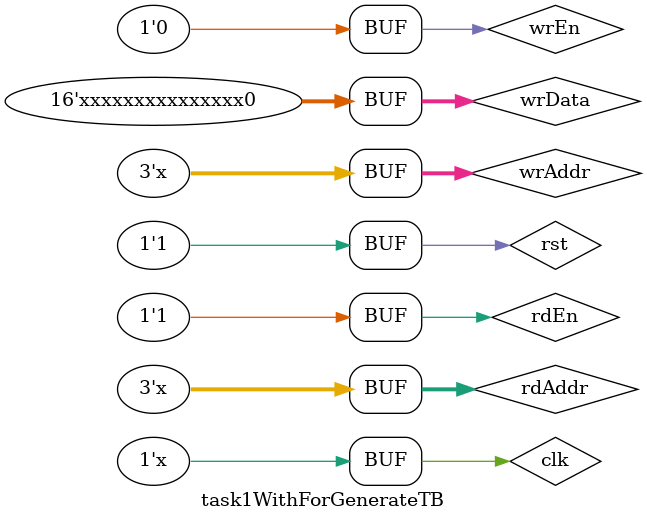
<source format=v>
module task1WithForGenerateTB ;
// local params
localparam Time = 100 ;

// inputs 
reg rst, clk,rdEn,wrEn;
reg[2:0] rdAddr, wrAddr; 
reg [15:0] wrData ;

// output
wire [15:0] rdData; 

// instantiate unit under test 
regFileTask1 R1(
    .rst (rst), 
    .clk (clk), 
    .read_enable (rdEn), 
    .write_enable (wrEn), 
    .write_data (wrData), 
    .read_data (rdData) ,
    .read_addr (rdAddr), 
    .write_addr (wrAddr)
);

// initial block 
initial begin 
    $monitor("input data = %b,output Data = %b", wrData, rdData);
clk = 0; 
rst = 1; 
rdEn = 1;
wrEn= 1;
wrData = 16'b0101010101011111; 
rdAddr = 000; 
wrAddr = 000;
end
// always block for the clock
always begin 
    // toggel the clk each 50ms
    #50 clk = ~clk; 
end

always begin 
    #(Time * 10)rst = 1; 
end

always begin
    #(Time * 2) if(rst == 1)
        rst = 0 ;
end

always begin
    #Time rdEn = 0; 
    wrEn = 1; 
    wrData = wrData << 1;
    wrAddr = wrAddr + 1; 
    #Time wrEn = 0 ; 
    rdEn = 1; 
    rdAddr = rdAddr + 1; 
end


endmodule
</source>
